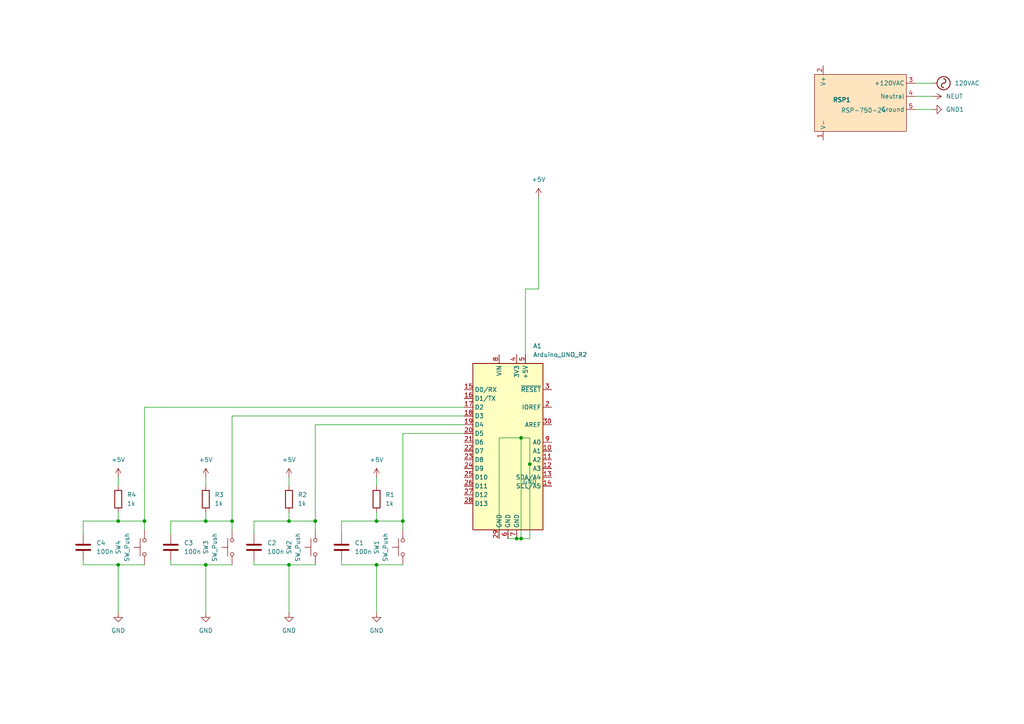
<source format=kicad_sch>
(kicad_sch (version 20231120) (generator "eeschema") (generator_version "8.0")
  (paper "A4")
  (lib_symbols
    (symbol "CustomSymbols:RSP-750-24"
      (property "Reference" "RSP" (at -8.382 0.254 0))
      (property "Value" "RSP-750-24" (at -8.636 -2.794 0))
      (symbol "RSP-750-24_0_1"
        (rectangle (start -17.78 7.62) (end 8.89 -8.89) (fill (type color) (color 255 229 191 1)))
      )
      (symbol "RSP-750-24_1_1"
        (pin power_out line (at -15.24 -11.43 90) (length 2.54) (name "V-") (number "1"))
        (pin power_out line (at -15.24 10.16 270) (length 2.54) (name "V+") (number "2"))
        (pin power_in line (at 11.43 5.08 180) (length 2.54) (name "+120VAC") (number "3"))
        (pin power_in line (at 11.43 1.27 180) (length 2.54) (name "Neutral") (number "4"))
        (pin power_in line (at 11.43 -2.54 180) (length 2.54) (name "Ground") (number "5"))
      )
    )
    (symbol "Device:C" (pin_numbers hide) (pin_names (offset 0.254))
      (property "Reference" "C" (at 0.635 2.54 0))
      (property "Value" "C" (at 0.635 -2.54 0))
      (symbol "C_0_1"
        (polyline (pts (xy -2.032 -0.762) (xy 2.032 -0.762)) (stroke (width 0.508)))
        (polyline (pts (xy -2.032 0.762) (xy 2.032 0.762)) (stroke (width 0.508)))
      )
      (symbol "C_1_1"
        (pin passive line (at 0 3.81 270) (length 2.794) (name "~") (number "1"))
        (pin passive line (at 0 -3.81 90) (length 2.794) (name "~") (number "2"))
      )
    )
    (symbol "Device:R" (pin_numbers hide) (pin_names (offset 0))
      (property "Reference" "R" (at 2.032 0 90))
      (property "Value" "R" (at 0 0 90))
      (symbol "R_0_1"
        (rectangle (start -1.016 -2.54) (end 1.016 2.54) (stroke (width 0.254)))
      )
      (symbol "R_1_1"
        (pin passive line (at 0 3.81 270) (length 1.27) (name "~") (number "1"))
        (pin passive line (at 0 -3.81 90) (length 1.27) (name "~") (number "2"))
      )
    )
    (symbol "MCU_Module:Arduino_UNO_R2"
      (property "Reference" "A" (at -10.16 23.495 0))
      (property "Value" "Arduino_UNO_R2" (at 5.08 -26.67 0))
      (symbol "Arduino_UNO_R2_0_1"
        (rectangle (start -10.16 22.86) (end 10.16 -25.4) (stroke (width 0.254)) (fill (type background)))
      )
      (symbol "Arduino_UNO_R2_1_1"
        (pin no_connect line (at -10.16 -20.32 0) (length 2.54) hide (name "NC") (number "1"))
        (pin bidirectional line (at 12.7 -2.54 180) (length 2.54) (name "A1") (number "10"))
        (pin bidirectional line (at 12.7 -5.08 180) (length 2.54) (name "A2") (number "11"))
        (pin bidirectional line (at 12.7 -7.62 180) (length 2.54) (name "A3") (number "12"))
        (pin bidirectional line (at 12.7 -10.16 180) (length 2.54) (name "SDA/A4") (number "13"))
        (pin bidirectional line (at 12.7 -12.7 180) (length 2.54) (name "SCL/A5") (number "14"))
        (pin bidirectional line (at -12.7 15.24 0) (length 2.54) (name "D0/RX") (number "15"))
        (pin bidirectional line (at -12.7 12.7 0) (length 2.54) (name "D1/TX") (number "16"))
        (pin bidirectional line (at -12.7 10.16 0) (length 2.54) (name "D2") (number "17"))
        (pin bidirectional line (at -12.7 7.62 0) (length 2.54) (name "D3") (number "18"))
        (pin bidirectional line (at -12.7 5.08 0) (length 2.54) (name "D4") (number "19"))
        (pin output line (at 12.7 10.16 180) (length 2.54) (name "IOREF") (number "2"))
        (pin bidirectional line (at -12.7 2.54 0) (length 2.54) (name "D5") (number "20"))
        (pin bidirectional line (at -12.7 0 0) (length 2.54) (name "D6") (number "21"))
        (pin bidirectional line (at -12.7 -2.54 0) (length 2.54) (name "D7") (number "22"))
        (pin bidirectional line (at -12.7 -5.08 0) (length 2.54) (name "D8") (number "23"))
        (pin bidirectional line (at -12.7 -7.62 0) (length 2.54) (name "D9") (number "24"))
        (pin bidirectional line (at -12.7 -10.16 0) (length 2.54) (name "D10") (number "25"))
        (pin bidirectional line (at -12.7 -12.7 0) (length 2.54) (name "D11") (number "26"))
        (pin bidirectional line (at -12.7 -15.24 0) (length 2.54) (name "D12") (number "27"))
        (pin bidirectional line (at -12.7 -17.78 0) (length 2.54) (name "D13") (number "28"))
        (pin power_in line (at -2.54 -27.94 90) (length 2.54) (name "GND") (number "29"))
        (pin input line (at 12.7 15.24 180) (length 2.54) (name "~{RESET}") (number "3"))
        (pin input line (at 12.7 5.08 180) (length 2.54) (name "AREF") (number "30"))
        (pin power_out line (at 2.54 25.4 270) (length 2.54) (name "3V3") (number "4"))
        (pin power_out line (at 5.08 25.4 270) (length 2.54) (name "+5V") (number "5"))
        (pin power_in line (at 0 -27.94 90) (length 2.54) (name "GND") (number "6"))
        (pin power_in line (at 2.54 -27.94 90) (length 2.54) (name "GND") (number "7"))
        (pin power_in line (at -2.54 25.4 270) (length 2.54) (name "VIN") (number "8"))
        (pin bidirectional line (at 12.7 0 180) (length 2.54) (name "A0") (number "9"))
      )
    )
    (symbol "Switch:SW_Push" (pin_numbers hide) (pin_names (offset 1.016) hide)
      (property "Reference" "SW" (at 1.27 2.54 0))
      (property "Value" "SW_Push" (at 0 -1.524 0))
      (symbol "SW_Push_0_1"
        (circle (center -2.032 0) (radius 0.508))
        (polyline (pts (xy 0 1.27) (xy 0 3.048)))
        (polyline (pts (xy 2.54 1.27) (xy -2.54 1.27)))
        (circle (center 2.032 0) (radius 0.508))
        (pin passive line (at -5.08 0 0) (length 2.54) (name "1") (number "1"))
        (pin passive line (at 5.08 0 180) (length 2.54) (name "2") (number "2"))
      )
    )
    (symbol "power:+5V" (power) (pin_numbers hide) (pin_names (offset 0) hide)
      (property "Value" "+5V" (at 0 3.556 0))
      (symbol "+5V_0_1"
        (polyline (pts (xy -0.762 1.27) (xy 0 2.54)))
        (polyline (pts (xy 0 0) (xy 0 2.54)))
        (polyline (pts (xy 0 2.54) (xy 0.762 1.27)))
      )
      (symbol "+5V_1_1"
        (pin power_in line (at 0 0 90) (length 0) (name "~") (number "1"))
      )
    )
    (symbol "power:GND" (power) (pin_numbers hide) (pin_names (offset 0) hide)
      (property "Value" "GND" (at 0 -3.81 0))
      (symbol "GND_0_1"
        (polyline (pts (xy 0 0) (xy 0 -1.27) (xy 1.27 -1.27) (xy 0 -2.54) (xy -1.27 -1.27) (xy 0 -1.27)))
      )
      (symbol "GND_1_1"
        (pin power_in line (at 0 0 270) (length 0) (name "~") (number "1"))
      )
    )
    (symbol "power:GND1" (power) (pin_numbers hide) (pin_names (offset 0) hide)
      (property "Value" "GND1" (at 0 -3.81 0))
      (symbol "GND1_0_1"
        (polyline (pts (xy 0 0) (xy 0 -1.27) (xy 1.27 -1.27) (xy 0 -2.54) (xy -1.27 -1.27) (xy 0 -1.27)))
      )
      (symbol "GND1_1_1"
        (pin power_in line (at 0 0 270) (length 0) (name "~") (number "1"))
      )
    )
    (symbol "power:NEUT" (power) (pin_numbers hide) (pin_names (offset 0) hide)
      (property "Value" "NEUT" (at 0 3.556 0))
      (symbol "NEUT_0_1"
        (polyline (pts (xy -0.762 1.27) (xy 0 2.54)))
        (polyline (pts (xy 0 0) (xy 0 2.54)))
        (polyline (pts (xy 0 2.54) (xy 0.762 1.27)))
      )
      (symbol "NEUT_1_1"
        (pin power_in line (at 0 0 90) (length 0) (name "~") (number "1"))
      )
    )
    (symbol "power:VAC" (power) (pin_numbers hide) (pin_names (offset 0) hide)
      (property "Value" "VAC" (at 0 6.35 0))
      (symbol "VAC_0_1"
        (polyline (pts (xy 0 0) (xy 0 1.27)))
        (arc (start 0 3.175) (mid -0.635 3.8073) (end -1.27 3.175) (stroke (width 0.254)))
        (arc (start 0 3.175) (mid 0.635 2.5427) (end 1.27 3.175) (stroke (width 0.254)))
        (circle (center 0 3.175) (radius 1.905) (stroke (width 0.254)))
      )
      (symbol "VAC_1_1"
        (pin power_in line (at 0 0 90) (length 0) (name "~") (number "1"))
      )
    )
  )
  (junction (at 83.82 163.83))
  (junction (at 34.29 151.13))
  (junction (at 151.13 156.21))
  (junction (at 41.91 151.13))
  (junction (at 153.67 134.62))
  (junction (at 91.44 151.13))
  (junction (at 83.82 151.13))
  (junction (at 149.86 156.21))
  (junction (at 67.31 151.13))
  (junction (at 109.22 163.83))
  (junction (at 34.29 163.83))
  (junction (at 59.69 163.83))
  (junction (at 109.22 151.13))
  (junction (at 116.84 151.13))
  (junction (at 151.13 127))
  (junction (at 59.69 151.13))
  (wire (pts (xy 151.13 127) (xy 153.67 127)))
  (wire (pts (xy 99.06 151.13) (xy 99.06 154.94)))
  (wire (pts (xy 49.53 151.13) (xy 59.69 151.13)))
  (wire (pts (xy 152.4 83.82) (xy 152.4 102.87)))
  (wire (pts (xy 73.66 151.13) (xy 73.66 154.94)))
  (wire (pts (xy 265.43 24.13) (xy 270.51 24.13)))
  (wire (pts (xy 91.44 123.19) (xy 134.62 123.19)))
  (wire (pts (xy 73.66 151.13) (xy 83.82 151.13)))
  (wire (pts (xy 67.31 151.13) (xy 67.31 120.65)))
  (wire (pts (xy 34.29 177.8) (xy 34.29 163.83)))
  (wire (pts (xy 24.13 163.83) (xy 24.13 162.56)))
  (wire (pts (xy 147.32 156.21) (xy 149.86 156.21)))
  (wire (pts (xy 83.82 177.8) (xy 83.82 163.83)))
  (wire (pts (xy 41.91 153.67) (xy 41.91 151.13)))
  (wire (pts (xy 151.13 156.21) (xy 153.67 156.21)))
  (wire (pts (xy 24.13 151.13) (xy 24.13 154.94)))
  (wire (pts (xy 109.22 177.8) (xy 109.22 163.83)))
  (wire (pts (xy 265.43 27.94) (xy 270.51 27.94)))
  (wire (pts (xy 67.31 120.65) (xy 134.62 120.65)))
  (wire (pts (xy 109.22 148.59) (xy 109.22 151.13)))
  (wire (pts (xy 109.22 138.43) (xy 109.22 140.97)))
  (wire (pts (xy 73.66 163.83) (xy 73.66 162.56)))
  (wire (pts (xy 83.82 151.13) (xy 83.82 148.59)))
  (wire (pts (xy 59.69 177.8) (xy 59.69 163.83)))
  (wire (pts (xy 265.43 31.75) (xy 270.51 31.75)))
  (wire (pts (xy 91.44 151.13) (xy 91.44 153.67)))
  (wire (pts (xy 34.29 151.13) (xy 41.91 151.13)))
  (wire (pts (xy 49.53 163.83) (xy 59.69 163.83)))
  (wire (pts (xy 67.31 151.13) (xy 59.69 151.13)))
  (wire (pts (xy 24.13 163.83) (xy 34.29 163.83)))
  (wire (pts (xy 116.84 125.73) (xy 134.62 125.73)))
  (wire (pts (xy 99.06 163.83) (xy 99.06 162.56)))
  (wire (pts (xy 34.29 151.13) (xy 34.29 148.59)))
  (wire (pts (xy 109.22 163.83) (xy 116.84 163.83)))
  (wire (pts (xy 49.53 151.13) (xy 49.53 154.94)))
  (wire (pts (xy 149.86 156.21) (xy 151.13 156.21)))
  (wire (pts (xy 144.78 127) (xy 151.13 127)))
  (wire (pts (xy 49.53 163.83) (xy 49.53 162.56)))
  (wire (pts (xy 24.13 151.13) (xy 34.29 151.13)))
  (wire (pts (xy 99.06 151.13) (xy 109.22 151.13)))
  (wire (pts (xy 83.82 138.43) (xy 83.82 140.97)))
  (wire (pts (xy 67.31 153.67) (xy 67.31 151.13)))
  (wire (pts (xy 73.66 163.83) (xy 83.82 163.83)))
  (wire (pts (xy 41.91 151.13) (xy 41.91 118.11)))
  (wire (pts (xy 34.29 138.43) (xy 34.29 140.97)))
  (wire (pts (xy 91.44 151.13) (xy 83.82 151.13)))
  (wire (pts (xy 41.91 118.11) (xy 134.62 118.11)))
  (wire (pts (xy 83.82 163.83) (xy 91.44 163.83)))
  (wire (pts (xy 152.4 83.82) (xy 156.21 83.82)))
  (wire (pts (xy 153.67 127) (xy 153.67 134.62)))
  (wire (pts (xy 91.44 151.13) (xy 91.44 123.19)))
  (wire (pts (xy 59.69 151.13) (xy 59.69 148.59)))
  (wire (pts (xy 116.84 151.13) (xy 109.22 151.13)))
  (wire (pts (xy 99.06 163.83) (xy 109.22 163.83)))
  (wire (pts (xy 153.67 156.21) (xy 153.67 134.62)))
  (wire (pts (xy 144.78 156.21) (xy 144.78 127)))
  (wire (pts (xy 156.21 83.82) (xy 156.21 57.15)))
  (wire (pts (xy 59.69 163.83) (xy 67.31 163.83)))
  (wire (pts (xy 34.29 163.83) (xy 41.91 163.83)))
  (wire (pts (xy 116.84 151.13) (xy 116.84 153.67)))
  (wire (pts (xy 116.84 151.13) (xy 116.84 125.73)))
  (wire (pts (xy 151.13 156.21) (xy 151.13 127)))
  (wire (pts (xy 59.69 138.43) (xy 59.69 140.97)))
  (symbol (lib_id "Switch:SW_Push") (at 91.44 158.75 90) (unit 1)
    (property "Reference" "SW2" (at 83.82 158.75 0))
    (property "Value" "SW_Push" (at 86.36 158.75 0))
    (property "Description" "Push button switch, generic, two pins" (effects (hide yes)))
  )
  (symbol (lib_id "power:+5V") (at 34.29 138.43 0) (unit 1)
    (property "Reference" "#PWR010" (effects (hide yes)))
    (property "Value" "+5V" (at 34.29 133.35 0))
    (property "Description" "Power symbol creates a global label with name \"+5V\"" (effects (hide yes)))
  )
  (symbol (lib_id "power:GND") (at 109.22 177.8 0) (unit 1)
    (property "Reference" "#PWR05" (effects (hide yes)))
    (property "Value" "GND" (at 109.22 182.88 0))
    (property "Description" "Power symbol creates a global label with name \"GND\" , ground" (effects (hide yes)))
  )
  (symbol (lib_id "Device:R") (at 34.29 144.78 0) (unit 1)
    (property "Reference" "R4" (at 36.83 143.5099 0) (effects (justify left)))
    (property "Value" "1k" (at 36.83 146.0499 0) (effects (justify left)))
    (property "Description" "Resistor" (effects (hide yes)))
  )
  (symbol (lib_id "MCU_Module:Arduino_UNO_R2") (at 147.32 128.27 0) (unit 1)
    (property "Reference" "A1" (at 154.5941 100.33 0) (effects (justify left)))
    (property "Value" "Arduino_UNO_R2" (at 154.5941 102.87 0) (effects (justify left)))
    (property "Footprint" "Module:Arduino_UNO_R2" (effects (hide yes)))
    (property "Datasheet" "https://www.arduino.cc/en/Main/arduinoBoardUno" (effects (hide yes)))
    (property "Description" "Arduino UNO Microcontroller Module, release 2" (effects (hide yes)))
  )
  (symbol (lib_id "power:+5V") (at 59.69 138.43 0) (unit 1)
    (property "Reference" "#PWR08" (effects (hide yes)))
    (property "Value" "+5V" (at 59.69 133.35 0))
    (property "Description" "Power symbol creates a global label with name \"+5V\"" (effects (hide yes)))
  )
  (symbol (lib_id "power:GND") (at 83.82 177.8 0) (unit 1)
    (property "Reference" "#PWR07" (effects (hide yes)))
    (property "Value" "GND" (at 83.82 182.88 0))
    (property "Description" "Power symbol creates a global label with name \"GND\" , ground" (effects (hide yes)))
  )
  (symbol (lib_id "Device:R") (at 83.82 144.78 0) (unit 1)
    (property "Reference" "R2" (at 86.36 143.5099 0) (effects (justify left)))
    (property "Value" "1k" (at 86.36 146.0499 0) (effects (justify left)))
    (property "Description" "Resistor" (effects (hide yes)))
  )
  (symbol (lib_id "power:+5V") (at 83.82 138.43 0) (unit 1)
    (property "Reference" "#PWR06" (effects (hide yes)))
    (property "Value" "+5V" (at 83.82 133.35 0))
    (property "Description" "Power symbol creates a global label with name \"+5V\"" (effects (hide yes)))
  )
  (symbol (lib_id "CustomSymbols:RSP-750-24") (at 254 29.21 0) (unit 1)
    (property "Reference" "RSP1" (at 246.888 28.956 0) (effects (font (thickness 0.254) (bold yes)) (justify right)))
    (property "Value" "RSP-750-24" (at 257.048 32.004 0) (effects (justify right)))
  )
  (symbol (lib_id "Device:C") (at 99.06 158.75 0) (unit 1)
    (property "Reference" "C1" (at 102.87 157.4799 0) (effects (justify left)))
    (property "Value" "100n" (at 102.87 160.0199 0) (effects (justify left)))
    (property "Description" "Unpolarized capacitor" (effects (hide yes)))
  )
  (symbol (lib_id "power:+5V") (at 156.21 57.15 0) (unit 1)
    (property "Reference" "#PWR02" (effects (hide yes)))
    (property "Value" "+5V" (at 156.21 52.07 0))
    (property "Description" "Power symbol creates a global label with name \"+5V\"" (effects (hide yes)))
  )
  (symbol (lib_id "power:VAC") (at 270.51 24.13 270) (unit 1)
    (property "Reference" "#PWR01" (effects (hide yes)))
    (property "Value" "120VAC" (at 276.86 24.1299 90) (effects (justify left)))
    (property "Description" "Power symbol creates a global label with name \"VAC\"" (effects (hide yes)))
  )
  (symbol (lib_id "Device:R") (at 59.69 144.78 0) (unit 1)
    (property "Reference" "R3" (at 62.23 143.5099 0) (effects (justify left)))
    (property "Value" "1k" (at 62.23 146.0499 0) (effects (justify left)))
    (property "Description" "Resistor" (effects (hide yes)))
  )
  (symbol (lib_id "power:+5V") (at 109.22 138.43 0) (unit 1)
    (property "Reference" "#PWR04" (effects (hide yes)))
    (property "Value" "+5V" (at 109.22 133.35 0))
    (property "Description" "Power symbol creates a global label with name \"+5V\"" (effects (hide yes)))
  )
  (symbol (lib_id "Switch:SW_Push") (at 116.84 158.75 90) (unit 1)
    (property "Reference" "SW1" (at 109.22 158.75 0))
    (property "Value" "SW_Push" (at 111.76 158.75 0))
    (property "Description" "Push button switch, generic, two pins" (effects (hide yes)))
  )
  (symbol (lib_id "Device:C") (at 49.53 158.75 0) (unit 1)
    (property "Reference" "C3" (at 53.34 157.4799 0) (effects (justify left)))
    (property "Value" "100n" (at 53.34 160.0199 0) (effects (justify left)))
    (property "Description" "Unpolarized capacitor" (effects (hide yes)))
  )
  (symbol (lib_id "Device:C") (at 73.66 158.75 0) (unit 1)
    (property "Reference" "C2" (at 77.47 157.4799 0) (effects (justify left)))
    (property "Value" "100n" (at 77.47 160.0199 0) (effects (justify left)))
    (property "Description" "Unpolarized capacitor" (effects (hide yes)))
  )
  (symbol (lib_id "power:GND") (at 34.29 177.8 0) (unit 1)
    (property "Reference" "#PWR011" (effects (hide yes)))
    (property "Value" "GND" (at 34.29 182.88 0))
    (property "Description" "Power symbol creates a global label with name \"GND\" , ground" (effects (hide yes)))
  )
  (symbol (lib_id "Device:R") (at 109.22 144.78 0) (unit 1)
    (property "Reference" "R1" (at 111.76 143.5099 0) (effects (justify left)))
    (property "Value" "1k" (at 111.76 146.0499 0) (effects (justify left)))
    (property "Description" "Resistor" (effects (hide yes)))
  )
  (symbol (lib_id "Switch:SW_Push") (at 41.91 158.75 90) (unit 1)
    (property "Reference" "SW4" (at 34.29 158.75 0))
    (property "Value" "SW_Push" (at 36.83 158.75 0))
    (property "Description" "Push button switch, generic, two pins" (effects (hide yes)))
  )
  (symbol (lib_id "power:NEUT") (at 270.51 27.94 270) (unit 1)
    (property "Reference" "#PWR013" (effects (hide yes)))
    (property "Value" "NEUT" (at 274.32 27.9399 90) (effects (justify left)))
    (property "Description" "Power symbol creates a global label with name \"NEUT\"" (effects (hide yes)))
  )
  (symbol (lib_id "power:GND") (at 59.69 177.8 0) (unit 1)
    (property "Reference" "#PWR09" (effects (hide yes)))
    (property "Value" "GND" (at 59.69 182.88 0))
    (property "Description" "Power symbol creates a global label with name \"GND\" , ground" (effects (hide yes)))
  )
  (symbol (lib_id "power:GND1") (at 270.51 31.75 90) (unit 1)
    (property "Reference" "#PWR012" (effects (hide yes)))
    (property "Value" "GND1" (at 274.32 31.7499 90) (effects (justify right)))
    (property "Description" "Power symbol creates a global label with name \"GND1\" , ground" (effects (hide yes)))
  )
  (symbol (lib_id "Switch:SW_Push") (at 67.31 158.75 90) (unit 1)
    (property "Reference" "SW3" (at 59.69 158.75 0))
    (property "Value" "SW_Push" (at 62.23 158.75 0))
    (property "Description" "Push button switch, generic, two pins" (effects (hide yes)))
  )
  (symbol (lib_id "Device:C") (at 24.13 158.75 0) (unit 1)
    (property "Reference" "C4" (at 27.94 157.4799 0) (effects (justify left)))
    (property "Value" "100n" (at 27.94 160.0199 0) (effects (justify left)))
    (property "Description" "Unpolarized capacitor" (effects (hide yes)))
  )
  (symbol (lib_id "power:GND") (at 153.67 134.62 0) (unit 1)
    (property "Reference" "#PWR03" (effects (hide yes)))
    (property "Value" "GND" (at 153.67 139.7 0))
    (property "Description" "Power symbol creates a global label with name \"GND\" , ground" (effects (hide yes)))
  )
)
</source>
